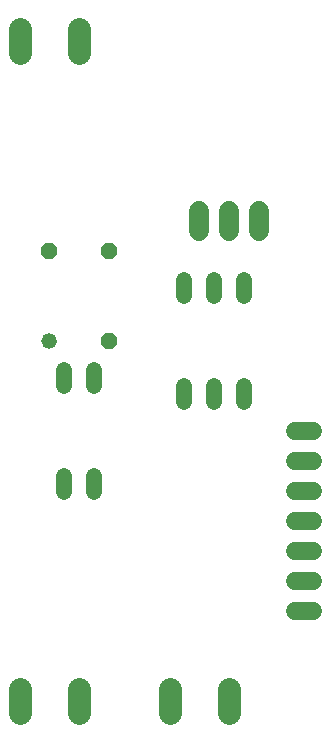
<source format=gbr>
G04 EAGLE Gerber RS-274X export*
G75*
%MOMM*%
%FSLAX34Y34*%
%LPD*%
%INBottom Copper*%
%IPPOS*%
%AMOC8*
5,1,8,0,0,1.08239X$1,22.5*%
G01*
%ADD10C,1.981200*%
%ADD11C,1.320800*%
%ADD12P,1.429621X8X22.500000*%
%ADD13C,1.320800*%
%ADD14C,1.524000*%
%ADD15C,1.676400*%


D10*
X101346Y632206D02*
X101346Y612394D01*
X51308Y612394D02*
X51308Y632206D01*
X51054Y73406D02*
X51054Y53594D01*
X101092Y53594D02*
X101092Y73406D01*
D11*
X76200Y368300D03*
D12*
X127000Y368300D03*
X127000Y444500D03*
X76200Y444500D03*
D13*
X190500Y330200D02*
X190500Y316992D01*
X215900Y316992D02*
X215900Y330200D01*
X215900Y406400D02*
X215900Y419608D01*
X190500Y419608D02*
X190500Y406400D01*
X241300Y330200D02*
X241300Y316992D01*
X241300Y406400D02*
X241300Y419608D01*
X114300Y343408D02*
X114300Y330200D01*
X88900Y330200D02*
X88900Y343408D01*
X88900Y254000D02*
X88900Y240792D01*
X114300Y240792D02*
X114300Y254000D01*
D14*
X284480Y139700D02*
X299720Y139700D01*
X299720Y165100D02*
X284480Y165100D01*
X284480Y190500D02*
X299720Y190500D01*
X299720Y215900D02*
X284480Y215900D01*
X284480Y241300D02*
X299720Y241300D01*
X299720Y266700D02*
X284480Y266700D01*
X284480Y292100D02*
X299720Y292100D01*
D15*
X203200Y461518D02*
X203200Y478282D01*
X228600Y478282D02*
X228600Y461518D01*
X254000Y461518D02*
X254000Y478282D01*
D10*
X178054Y73406D02*
X178054Y53594D01*
X228092Y53594D02*
X228092Y73406D01*
M02*

</source>
